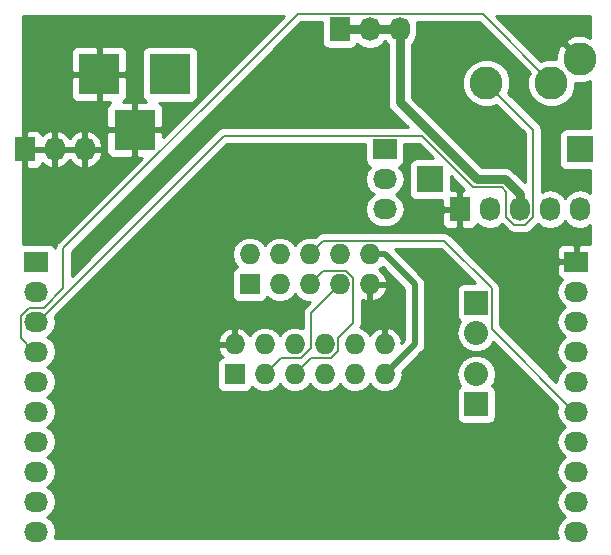
<source format=gbr>
G04 #@! TF.GenerationSoftware,KiCad,Pcbnew,5.0.0-rc2*
G04 #@! TF.CreationDate,2019-01-06T03:01:11-05:00*
G04 #@! TF.ProjectId,msp_shield,6D73705F736869656C642E6B69636164,rev?*
G04 #@! TF.SameCoordinates,Original*
G04 #@! TF.FileFunction,Copper,L2,Bot,Signal*
G04 #@! TF.FilePolarity,Positive*
%FSLAX46Y46*%
G04 Gerber Fmt 4.6, Leading zero omitted, Abs format (unit mm)*
G04 Created by KiCad (PCBNEW 5.0.0-rc2) date Sun Jan  6 03:01:11 2019*
%MOMM*%
%LPD*%
G01*
G04 APERTURE LIST*
G04 #@! TA.AperFunction,ComponentPad*
%ADD10R,2.032000X1.727200*%
G04 #@! TD*
G04 #@! TA.AperFunction,ComponentPad*
%ADD11O,2.032000X1.727200*%
G04 #@! TD*
G04 #@! TA.AperFunction,ComponentPad*
%ADD12R,3.500120X3.500120*%
G04 #@! TD*
G04 #@! TA.AperFunction,ComponentPad*
%ADD13C,2.800000*%
G04 #@! TD*
G04 #@! TA.AperFunction,ComponentPad*
%ADD14R,2.235200X2.235200*%
G04 #@! TD*
G04 #@! TA.AperFunction,ComponentPad*
%ADD15R,1.727200X2.032000*%
G04 #@! TD*
G04 #@! TA.AperFunction,ComponentPad*
%ADD16O,1.727200X2.032000*%
G04 #@! TD*
G04 #@! TA.AperFunction,ComponentPad*
%ADD17R,2.032000X2.032000*%
G04 #@! TD*
G04 #@! TA.AperFunction,ComponentPad*
%ADD18O,2.032000X2.032000*%
G04 #@! TD*
G04 #@! TA.AperFunction,ComponentPad*
%ADD19R,1.727200X1.727200*%
G04 #@! TD*
G04 #@! TA.AperFunction,ComponentPad*
%ADD20O,1.727200X1.727200*%
G04 #@! TD*
G04 #@! TA.AperFunction,ViaPad*
%ADD21C,0.685800*%
G04 #@! TD*
G04 #@! TA.AperFunction,Conductor*
%ADD22C,0.762000*%
G04 #@! TD*
G04 #@! TA.AperFunction,Conductor*
%ADD23C,0.508000*%
G04 #@! TD*
G04 #@! TA.AperFunction,Conductor*
%ADD24C,0.152400*%
G04 #@! TD*
G04 #@! TA.AperFunction,Conductor*
%ADD25C,0.254000*%
G04 #@! TD*
G04 APERTURE END LIST*
D10*
G04 #@! TO.P,P2,1*
G04 #@! TO.N,+3V3*
X114001774Y-84436646D03*
D11*
G04 #@! TO.P,P2,2*
G04 #@! TO.N,/P1.0*
X114001774Y-86976646D03*
G04 #@! TO.P,P2,3*
G04 #@! TO.N,/P1.1*
X114001774Y-89516646D03*
G04 #@! TO.P,P2,4*
G04 #@! TO.N,/P1.2*
X114001774Y-92056646D03*
G04 #@! TO.P,P2,5*
G04 #@! TO.N,/P1.3*
X114001774Y-94596646D03*
G04 #@! TO.P,P2,6*
G04 #@! TO.N,/P1.4*
X114001774Y-97136646D03*
G04 #@! TO.P,P2,7*
G04 #@! TO.N,/P1.5*
X114001774Y-99676646D03*
G04 #@! TO.P,P2,8*
G04 #@! TO.N,/CSENC*
X114001774Y-102216646D03*
G04 #@! TO.P,P2,9*
G04 #@! TO.N,/P2.1*
X114001774Y-104756646D03*
G04 #@! TO.P,P2,10*
G04 #@! TO.N,/P2.2*
X114001774Y-107296646D03*
G04 #@! TD*
D12*
G04 #@! TO.P,CON1,1*
G04 #@! TO.N,Net-(CON1-Pad1)*
X125326140Y-68580000D03*
G04 #@! TO.P,CON1,2*
G04 #@! TO.N,GND*
X119326660Y-68580000D03*
G04 #@! TO.P,CON1,3*
X122326400Y-73279000D03*
G04 #@! TD*
D13*
G04 #@! TO.P,J1,S*
G04 #@! TO.N,GND*
X160020000Y-67310000D03*
G04 #@! TO.P,J1,T*
G04 #@! TO.N,/P1.2*
X157620000Y-69310000D03*
G04 #@! TO.P,J1,R*
G04 #@! TO.N,/P1.1*
X152120000Y-69310000D03*
G04 #@! TD*
D10*
G04 #@! TO.P,P1,1*
G04 #@! TO.N,GND*
X159721774Y-84436646D03*
D11*
G04 #@! TO.P,P1,2*
G04 #@! TO.N,/XIN*
X159721774Y-86976646D03*
G04 #@! TO.P,P1,3*
G04 #@! TO.N,/XOUT*
X159721774Y-89516646D03*
G04 #@! TO.P,P1,4*
G04 #@! TO.N,/TEST*
X159721774Y-92056646D03*
G04 #@! TO.P,P1,5*
G04 #@! TO.N,/RST*
X159721774Y-94596646D03*
G04 #@! TO.P,P1,6*
G04 #@! TO.N,/MOSIENC*
X159721774Y-97136646D03*
G04 #@! TO.P,P1,7*
G04 #@! TO.N,/MISOENC*
X159721774Y-99676646D03*
G04 #@! TO.P,P1,8*
G04 #@! TO.N,/P2.5*
X159721774Y-102216646D03*
G04 #@! TO.P,P1,9*
G04 #@! TO.N,/P2.4*
X159721774Y-104756646D03*
G04 #@! TO.P,P1,10*
G04 #@! TO.N,/P2.3*
X159721774Y-107296646D03*
G04 #@! TD*
D14*
G04 #@! TO.P,P3,1*
G04 #@! TO.N,Net-(P3-Pad1)*
X147320000Y-77470000D03*
G04 #@! TD*
G04 #@! TO.P,P4,1*
G04 #@! TO.N,Net-(P4-Pad1)*
X160020000Y-74930000D03*
G04 #@! TD*
D15*
G04 #@! TO.P,P5,1*
G04 #@! TO.N,GND*
X149860000Y-80010000D03*
D16*
G04 #@! TO.P,P5,2*
G04 #@! TO.N,Net-(P3-Pad1)*
X152400000Y-80010000D03*
G04 #@! TO.P,P5,3*
G04 #@! TO.N,+5V*
X154940000Y-80010000D03*
G04 #@! TO.P,P5,4*
G04 #@! TO.N,/P2.5*
X157480000Y-80010000D03*
G04 #@! TO.P,P5,5*
G04 #@! TO.N,Net-(P4-Pad1)*
X160020000Y-80010000D03*
G04 #@! TD*
G04 #@! TO.P,P6,3*
G04 #@! TO.N,GND*
X118110000Y-74930000D03*
G04 #@! TO.P,P6,2*
X115570000Y-74930000D03*
D15*
G04 #@! TO.P,P6,1*
X113030000Y-74930000D03*
G04 #@! TD*
G04 #@! TO.P,P7,1*
G04 #@! TO.N,+5V*
X139700000Y-64770000D03*
D16*
G04 #@! TO.P,P7,2*
X142240000Y-64770000D03*
G04 #@! TO.P,P7,3*
X144780000Y-64770000D03*
G04 #@! TD*
D10*
G04 #@! TO.P,P8,1*
G04 #@! TO.N,+3V3*
X143510000Y-74930000D03*
D11*
G04 #@! TO.P,P8,2*
X143510000Y-77470000D03*
G04 #@! TO.P,P8,3*
X143510000Y-80010000D03*
G04 #@! TD*
D17*
G04 #@! TO.P,P9,1*
G04 #@! TO.N,+3V3*
X151258333Y-87927500D03*
D18*
G04 #@! TO.P,P9,2*
G04 #@! TO.N,/enc1/VCC_Branch*
X151258333Y-90467500D03*
G04 #@! TD*
G04 #@! TO.P,P10,2*
G04 #@! TO.N,/enc1/VCC_Branch*
X151258333Y-93980000D03*
D17*
G04 #@! TO.P,P10,1*
G04 #@! TO.N,+5V*
X151258333Y-96520000D03*
G04 #@! TD*
D19*
G04 #@! TO.P,P11,1*
G04 #@! TO.N,/enc1/INT*
X132080000Y-86360000D03*
D20*
G04 #@! TO.P,P11,2*
G04 #@! TO.N,/enc1/CLKOUT*
X132080000Y-83820000D03*
G04 #@! TO.P,P11,3*
G04 #@! TO.N,/MISOENC*
X134620000Y-86360000D03*
G04 #@! TO.P,P11,4*
G04 #@! TO.N,/enc1/WOL*
X134620000Y-83820000D03*
G04 #@! TO.P,P11,5*
G04 #@! TO.N,/P1.5*
X137160000Y-86360000D03*
G04 #@! TO.P,P11,6*
G04 #@! TO.N,/MOSIENC*
X137160000Y-83820000D03*
G04 #@! TO.P,P11,7*
G04 #@! TO.N,/enc1/RSTENC*
X139700000Y-86360000D03*
G04 #@! TO.P,P11,8*
G04 #@! TO.N,/CSENC*
X139700000Y-83820000D03*
G04 #@! TO.P,P11,9*
G04 #@! TO.N,GND*
X142240000Y-86360000D03*
G04 #@! TO.P,P11,10*
G04 #@! TO.N,/enc1/VCC_Branch*
X142240000Y-83820000D03*
G04 #@! TD*
D19*
G04 #@! TO.P,P12,1*
G04 #@! TO.N,/enc1/Q3*
X130810000Y-93980000D03*
D20*
G04 #@! TO.P,P12,2*
G04 #@! TO.N,GND*
X130810000Y-91440000D03*
G04 #@! TO.P,P12,3*
G04 #@! TO.N,/enc1/RSTENC*
X133350000Y-93980000D03*
G04 #@! TO.P,P12,4*
G04 #@! TO.N,/CSENC*
X133350000Y-91440000D03*
G04 #@! TO.P,P12,5*
G04 #@! TO.N,/P1.5*
X135890000Y-93980000D03*
G04 #@! TO.P,P12,6*
G04 #@! TO.N,/MOSIENC*
X135890000Y-91440000D03*
G04 #@! TO.P,P12,7*
G04 #@! TO.N,/MISOENC*
X138430000Y-93980000D03*
G04 #@! TO.P,P12,8*
G04 #@! TO.N,/enc1/WOL*
X138430000Y-91440000D03*
G04 #@! TO.P,P12,9*
G04 #@! TO.N,/enc1/INT*
X140970000Y-93980000D03*
G04 #@! TO.P,P12,10*
G04 #@! TO.N,/enc1/CLKOUT*
X140970000Y-91440000D03*
G04 #@! TO.P,P12,11*
G04 #@! TO.N,/enc1/VCC_Branch*
X143510000Y-93980000D03*
G04 #@! TO.P,P12,12*
G04 #@! TO.N,GND*
X143510000Y-91440000D03*
G04 #@! TD*
D21*
G04 #@! TO.N,GND*
X142240000Y-68580000D03*
X120650000Y-102870000D03*
X119380000Y-86360000D03*
X149860000Y-66040000D03*
X116840000Y-71120000D03*
X115570000Y-67310000D03*
X147320000Y-87630000D03*
X148590000Y-87630000D03*
X144780000Y-87630000D03*
X137160000Y-66040000D03*
G04 #@! TD*
D22*
G04 #@! TO.N,+5V*
X139700000Y-64770000D02*
X144780000Y-64770000D01*
X153670000Y-77470000D02*
X154940000Y-78740000D01*
X151282400Y-77470000D02*
X153670000Y-77470000D01*
X144780000Y-70967600D02*
X151282400Y-77470000D01*
X144780000Y-64770000D02*
X144780000Y-70967600D01*
X154940000Y-80010000D02*
X154940000Y-78740000D01*
D23*
G04 #@! TO.N,/P1.5*
X114001774Y-99676646D02*
X114154174Y-99676646D01*
G04 #@! TO.N,/MISOENC*
X159721774Y-99676646D02*
X159569374Y-99676646D01*
G04 #@! TO.N,/TEST*
X159569374Y-92056646D02*
X159721774Y-92056646D01*
G04 #@! TO.N,/XOUT*
X159569374Y-89516646D02*
X159721774Y-89516646D01*
D24*
G04 #@! TO.N,/P1.5*
X140839801Y-85812895D02*
X140247105Y-85220199D01*
X138023599Y-85496401D02*
X137160000Y-86360000D01*
X139569801Y-90892895D02*
X140839801Y-89622895D01*
X138299801Y-85220199D02*
X138023599Y-85496401D01*
X139569801Y-91987105D02*
X139569801Y-90892895D01*
X138977105Y-92579801D02*
X139569801Y-91987105D01*
X137290199Y-92579801D02*
X138977105Y-92579801D01*
X140247105Y-85220199D02*
X138299801Y-85220199D01*
X140839801Y-89622895D02*
X140839801Y-85812895D01*
X135890000Y-93980000D02*
X137290199Y-92579801D01*
G04 #@! TO.N,/P1.2*
X114626298Y-88376836D02*
X113377250Y-88376836D01*
X116305837Y-86697297D02*
X114626298Y-88376836D01*
X116305837Y-83296845D02*
X116305837Y-86697297D01*
X112709564Y-90916836D02*
X113849374Y-92056646D01*
X136124892Y-63477790D02*
X116305837Y-83296845D01*
X113849374Y-92056646D02*
X114001774Y-92056646D01*
X151787790Y-63477790D02*
X136124892Y-63477790D01*
X112709564Y-89044522D02*
X112709564Y-90916836D01*
X113377250Y-88376836D02*
X112709564Y-89044522D01*
X157620000Y-69310000D02*
X151787790Y-63477790D01*
G04 #@! TO.N,/P1.1*
X114154174Y-89516646D02*
X114001774Y-89516646D01*
X129880621Y-73790199D02*
X114154174Y-89516646D01*
X146673164Y-73790199D02*
X129880621Y-73790199D01*
X151010175Y-78127210D02*
X146673164Y-73790199D01*
X153800190Y-78529624D02*
X153397776Y-78127210D01*
X154467876Y-81302210D02*
X153800190Y-80634524D01*
X155412124Y-81302210D02*
X154467876Y-81302210D01*
X153397776Y-78127210D02*
X151010175Y-78127210D01*
X153800190Y-80634524D02*
X153800190Y-78529624D01*
X156079810Y-80634524D02*
X155412124Y-81302210D01*
X156079810Y-73269810D02*
X156079810Y-80634524D01*
X152120000Y-69310000D02*
X156079810Y-73269810D01*
G04 #@! TO.N,/MOSIENC*
X138023599Y-82956401D02*
X137160000Y-83820000D01*
X138299801Y-82680199D02*
X138023599Y-82956401D01*
X148540194Y-82680199D02*
X138299801Y-82680199D01*
X152550534Y-86690539D02*
X148540194Y-82680199D01*
X152550534Y-90117806D02*
X152550534Y-86690539D01*
X159569374Y-97136646D02*
X152550534Y-90117806D01*
X159721774Y-97136646D02*
X159569374Y-97136646D01*
D23*
G04 #@! TO.N,/enc1/VCC_Branch*
X146050000Y-91440000D02*
X146050000Y-86360000D01*
X143510000Y-93980000D02*
X146050000Y-91440000D01*
X143510000Y-83820000D02*
X142240000Y-83820000D01*
X146050000Y-86360000D02*
X143510000Y-83820000D01*
D24*
G04 #@! TO.N,/enc1/RSTENC*
X138836401Y-87223599D02*
X139700000Y-86360000D01*
X137290199Y-88769801D02*
X138836401Y-87223599D01*
X137290199Y-91726707D02*
X137290199Y-88769801D01*
X136437105Y-92579801D02*
X137290199Y-91726707D01*
X134750199Y-92579801D02*
X136437105Y-92579801D01*
X133350000Y-93980000D02*
X134750199Y-92579801D01*
G04 #@! TD*
D25*
G04 #@! TO.N,GND*
G36*
X141846560Y-75793600D02*
X141895843Y-76041365D01*
X142036191Y-76251409D01*
X142246235Y-76391757D01*
X142272251Y-76396932D01*
X141945950Y-76885275D01*
X141829641Y-77470000D01*
X141945950Y-78054725D01*
X142277170Y-78550430D01*
X142560881Y-78740000D01*
X142277170Y-78929570D01*
X141945950Y-79425275D01*
X141829641Y-80010000D01*
X141945950Y-80594725D01*
X142277170Y-81090430D01*
X142772875Y-81421650D01*
X143210002Y-81508600D01*
X143809998Y-81508600D01*
X144247125Y-81421650D01*
X144742830Y-81090430D01*
X145074050Y-80594725D01*
X145133519Y-80295750D01*
X148361400Y-80295750D01*
X148361400Y-81152309D01*
X148458073Y-81385698D01*
X148636701Y-81564327D01*
X148870090Y-81661000D01*
X149574250Y-81661000D01*
X149733000Y-81502250D01*
X149733000Y-80137000D01*
X148520150Y-80137000D01*
X148361400Y-80295750D01*
X145133519Y-80295750D01*
X145190359Y-80010000D01*
X145074050Y-79425275D01*
X144742830Y-78929570D01*
X144459119Y-78740000D01*
X144742830Y-78550430D01*
X145074050Y-78054725D01*
X145190359Y-77470000D01*
X145074050Y-76885275D01*
X144747749Y-76396932D01*
X144773765Y-76391757D01*
X144983809Y-76251409D01*
X145124157Y-76041365D01*
X145173440Y-75793600D01*
X145173440Y-74501399D01*
X146378576Y-74501399D01*
X147582137Y-75704960D01*
X146202400Y-75704960D01*
X145954635Y-75754243D01*
X145744591Y-75894591D01*
X145604243Y-76104635D01*
X145554960Y-76352400D01*
X145554960Y-78587600D01*
X145604243Y-78835365D01*
X145744591Y-79045409D01*
X145954635Y-79185757D01*
X146202400Y-79235040D01*
X148361400Y-79235040D01*
X148361400Y-79724250D01*
X148520150Y-79883000D01*
X149733000Y-79883000D01*
X149733000Y-78517750D01*
X149574250Y-78359000D01*
X149085040Y-78359000D01*
X149085040Y-77207864D01*
X150236176Y-78359000D01*
X150145750Y-78359000D01*
X149987000Y-78517750D01*
X149987000Y-79883000D01*
X150007000Y-79883000D01*
X150007000Y-80137000D01*
X149987000Y-80137000D01*
X149987000Y-81502250D01*
X150145750Y-81661000D01*
X150849910Y-81661000D01*
X151083299Y-81564327D01*
X151261927Y-81385698D01*
X151320772Y-81243633D01*
X151815276Y-81574050D01*
X152400000Y-81690359D01*
X152984725Y-81574049D01*
X153433838Y-81273961D01*
X153915454Y-81755577D01*
X153955130Y-81814956D01*
X154014509Y-81854632D01*
X154014511Y-81854634D01*
X154130212Y-81931943D01*
X154190380Y-81972146D01*
X154397830Y-82013410D01*
X154397834Y-82013410D01*
X154467876Y-82027342D01*
X154537918Y-82013410D01*
X155342083Y-82013410D01*
X155412124Y-82027342D01*
X155482165Y-82013410D01*
X155482170Y-82013410D01*
X155689620Y-81972146D01*
X155924870Y-81814956D01*
X155964548Y-81755574D01*
X156446162Y-81273961D01*
X156895276Y-81574050D01*
X157480000Y-81690359D01*
X158064725Y-81574049D01*
X158560430Y-81242829D01*
X158750000Y-80959118D01*
X158939571Y-81242830D01*
X159435276Y-81574050D01*
X160020000Y-81690359D01*
X160604725Y-81574049D01*
X160909000Y-81370739D01*
X160909000Y-82956651D01*
X160864083Y-82938046D01*
X160007524Y-82938046D01*
X159848774Y-83096796D01*
X159848774Y-84309646D01*
X159868774Y-84309646D01*
X159868774Y-84563646D01*
X159848774Y-84563646D01*
X159848774Y-84583646D01*
X159594774Y-84583646D01*
X159594774Y-84563646D01*
X158229524Y-84563646D01*
X158070774Y-84722396D01*
X158070774Y-85426556D01*
X158167447Y-85659945D01*
X158346076Y-85838573D01*
X158488141Y-85897418D01*
X158157724Y-86391921D01*
X158041415Y-86976646D01*
X158157724Y-87561371D01*
X158488944Y-88057076D01*
X158772655Y-88246646D01*
X158488944Y-88436216D01*
X158157724Y-88931921D01*
X158041415Y-89516646D01*
X158157724Y-90101371D01*
X158488944Y-90597076D01*
X158772655Y-90786646D01*
X158488944Y-90976216D01*
X158157724Y-91471921D01*
X158041415Y-92056646D01*
X158157724Y-92641371D01*
X158488944Y-93137076D01*
X158772655Y-93326646D01*
X158488944Y-93516216D01*
X158157724Y-94011921D01*
X158041415Y-94596646D01*
X158042967Y-94604451D01*
X153261733Y-89823217D01*
X153261734Y-86760580D01*
X153275666Y-86690538D01*
X153261734Y-86620493D01*
X153220470Y-86413044D01*
X153220469Y-86413043D01*
X153220469Y-86413041D01*
X153102958Y-86237174D01*
X153102954Y-86237170D01*
X153063280Y-86177794D01*
X153003904Y-86138120D01*
X150312520Y-83446736D01*
X158070774Y-83446736D01*
X158070774Y-84150896D01*
X158229524Y-84309646D01*
X159594774Y-84309646D01*
X159594774Y-83096796D01*
X159436024Y-82938046D01*
X158579465Y-82938046D01*
X158346076Y-83034719D01*
X158167447Y-83213347D01*
X158070774Y-83446736D01*
X150312520Y-83446736D01*
X149092618Y-82226835D01*
X149052940Y-82167453D01*
X148817690Y-82010263D01*
X148610240Y-81968999D01*
X148610235Y-81968999D01*
X148540194Y-81955067D01*
X148470153Y-81968999D01*
X138369843Y-81968999D01*
X138299801Y-81955067D01*
X138229760Y-81968999D01*
X138229755Y-81968999D01*
X138022305Y-82010263D01*
X137787055Y-82167453D01*
X137747377Y-82226835D01*
X137595537Y-82378675D01*
X137307598Y-82321400D01*
X137012402Y-82321400D01*
X136575275Y-82408350D01*
X136079570Y-82739570D01*
X135890000Y-83023281D01*
X135700430Y-82739570D01*
X135204725Y-82408350D01*
X134767598Y-82321400D01*
X134472402Y-82321400D01*
X134035275Y-82408350D01*
X133539570Y-82739570D01*
X133350000Y-83023281D01*
X133160430Y-82739570D01*
X132664725Y-82408350D01*
X132227598Y-82321400D01*
X131932402Y-82321400D01*
X131495275Y-82408350D01*
X130999570Y-82739570D01*
X130668350Y-83235275D01*
X130552041Y-83820000D01*
X130668350Y-84404725D01*
X130994651Y-84893068D01*
X130968635Y-84898243D01*
X130758591Y-85038591D01*
X130618243Y-85248635D01*
X130568960Y-85496400D01*
X130568960Y-87223600D01*
X130618243Y-87471365D01*
X130758591Y-87681409D01*
X130968635Y-87821757D01*
X131216400Y-87871040D01*
X132943600Y-87871040D01*
X133191365Y-87821757D01*
X133401409Y-87681409D01*
X133541757Y-87471365D01*
X133546932Y-87445349D01*
X134035275Y-87771650D01*
X134472402Y-87858600D01*
X134767598Y-87858600D01*
X135204725Y-87771650D01*
X135700430Y-87440430D01*
X135890000Y-87156719D01*
X136079570Y-87440430D01*
X136575275Y-87771650D01*
X137012402Y-87858600D01*
X137195612Y-87858600D01*
X136836833Y-88217379D01*
X136777454Y-88257055D01*
X136737778Y-88316434D01*
X136737775Y-88316437D01*
X136620264Y-88492305D01*
X136565067Y-88769801D01*
X136579000Y-88839847D01*
X136579000Y-90098024D01*
X136474725Y-90028350D01*
X136037598Y-89941400D01*
X135742402Y-89941400D01*
X135305275Y-90028350D01*
X134809570Y-90359570D01*
X134620000Y-90643281D01*
X134430430Y-90359570D01*
X133934725Y-90028350D01*
X133497598Y-89941400D01*
X133202402Y-89941400D01*
X132765275Y-90028350D01*
X132269570Y-90359570D01*
X132068146Y-90661021D01*
X132016821Y-90551510D01*
X131584947Y-90157312D01*
X131169026Y-89985042D01*
X130937000Y-90106183D01*
X130937000Y-91313000D01*
X130957000Y-91313000D01*
X130957000Y-91567000D01*
X130937000Y-91567000D01*
X130937000Y-91587000D01*
X130683000Y-91587000D01*
X130683000Y-91567000D01*
X129475531Y-91567000D01*
X129355032Y-91799027D01*
X129603179Y-92328490D01*
X129790950Y-92499881D01*
X129698635Y-92518243D01*
X129488591Y-92658591D01*
X129348243Y-92868635D01*
X129298960Y-93116400D01*
X129298960Y-94843600D01*
X129348243Y-95091365D01*
X129488591Y-95301409D01*
X129698635Y-95441757D01*
X129946400Y-95491040D01*
X131673600Y-95491040D01*
X131921365Y-95441757D01*
X132131409Y-95301409D01*
X132271757Y-95091365D01*
X132276932Y-95065349D01*
X132765275Y-95391650D01*
X133202402Y-95478600D01*
X133497598Y-95478600D01*
X133934725Y-95391650D01*
X134430430Y-95060430D01*
X134620000Y-94776719D01*
X134809570Y-95060430D01*
X135305275Y-95391650D01*
X135742402Y-95478600D01*
X136037598Y-95478600D01*
X136474725Y-95391650D01*
X136970430Y-95060430D01*
X137160000Y-94776719D01*
X137349570Y-95060430D01*
X137845275Y-95391650D01*
X138282402Y-95478600D01*
X138577598Y-95478600D01*
X139014725Y-95391650D01*
X139510430Y-95060430D01*
X139700000Y-94776719D01*
X139889570Y-95060430D01*
X140385275Y-95391650D01*
X140822402Y-95478600D01*
X141117598Y-95478600D01*
X141554725Y-95391650D01*
X142050430Y-95060430D01*
X142240000Y-94776719D01*
X142429570Y-95060430D01*
X142925275Y-95391650D01*
X143362402Y-95478600D01*
X143657598Y-95478600D01*
X144094725Y-95391650D01*
X144590430Y-95060430D01*
X144921650Y-94564725D01*
X145037959Y-93980000D01*
X149574988Y-93980000D01*
X149703125Y-94624188D01*
X149923189Y-94953537D01*
X149784524Y-95046191D01*
X149644176Y-95256235D01*
X149594893Y-95504000D01*
X149594893Y-97536000D01*
X149644176Y-97783765D01*
X149784524Y-97993809D01*
X149994568Y-98134157D01*
X150242333Y-98183440D01*
X152274333Y-98183440D01*
X152522098Y-98134157D01*
X152732142Y-97993809D01*
X152872490Y-97783765D01*
X152921773Y-97536000D01*
X152921773Y-95504000D01*
X152872490Y-95256235D01*
X152732142Y-95046191D01*
X152593477Y-94953537D01*
X152813541Y-94624188D01*
X152941678Y-93980000D01*
X152813541Y-93335812D01*
X152448638Y-92789695D01*
X151902521Y-92424792D01*
X151420942Y-92329000D01*
X151095724Y-92329000D01*
X150614145Y-92424792D01*
X150068028Y-92789695D01*
X149703125Y-93335812D01*
X149574988Y-93980000D01*
X145037959Y-93980000D01*
X144993043Y-93754192D01*
X146616709Y-92130527D01*
X146690932Y-92080933D01*
X146740526Y-92006710D01*
X146740529Y-92006707D01*
X146887418Y-91786871D01*
X146956415Y-91440001D01*
X146938999Y-91352445D01*
X146939000Y-86447550D01*
X146956415Y-86359999D01*
X146939000Y-86272448D01*
X146939000Y-86272445D01*
X146887419Y-86013131D01*
X146884757Y-86009147D01*
X146740529Y-85793293D01*
X146740527Y-85793291D01*
X146690933Y-85719068D01*
X146616710Y-85669474D01*
X144338634Y-83391399D01*
X148245606Y-83391399D01*
X151118266Y-86264060D01*
X150242333Y-86264060D01*
X149994568Y-86313343D01*
X149784524Y-86453691D01*
X149644176Y-86663735D01*
X149594893Y-86911500D01*
X149594893Y-88943500D01*
X149644176Y-89191265D01*
X149784524Y-89401309D01*
X149923189Y-89493963D01*
X149703125Y-89823312D01*
X149574988Y-90467500D01*
X149703125Y-91111688D01*
X150068028Y-91657805D01*
X150614145Y-92022708D01*
X151095724Y-92118500D01*
X151420942Y-92118500D01*
X151902521Y-92022708D01*
X152448638Y-91657805D01*
X152703426Y-91276486D01*
X158128049Y-96701109D01*
X158041415Y-97136646D01*
X158157724Y-97721371D01*
X158488944Y-98217076D01*
X158772655Y-98406646D01*
X158488944Y-98596216D01*
X158157724Y-99091921D01*
X158041415Y-99676646D01*
X158157724Y-100261371D01*
X158488944Y-100757076D01*
X158772655Y-100946646D01*
X158488944Y-101136216D01*
X158157724Y-101631921D01*
X158041415Y-102216646D01*
X158157724Y-102801371D01*
X158488944Y-103297076D01*
X158772655Y-103486646D01*
X158488944Y-103676216D01*
X158157724Y-104171921D01*
X158041415Y-104756646D01*
X158157724Y-105341371D01*
X158488944Y-105837076D01*
X158772655Y-106026646D01*
X158488944Y-106216216D01*
X158157724Y-106711921D01*
X158041415Y-107296646D01*
X158146113Y-107823000D01*
X115577435Y-107823000D01*
X115682133Y-107296646D01*
X115565824Y-106711921D01*
X115234604Y-106216216D01*
X114950893Y-106026646D01*
X115234604Y-105837076D01*
X115565824Y-105341371D01*
X115682133Y-104756646D01*
X115565824Y-104171921D01*
X115234604Y-103676216D01*
X114950893Y-103486646D01*
X115234604Y-103297076D01*
X115565824Y-102801371D01*
X115682133Y-102216646D01*
X115565824Y-101631921D01*
X115234604Y-101136216D01*
X114950893Y-100946646D01*
X115234604Y-100757076D01*
X115565824Y-100261371D01*
X115682133Y-99676646D01*
X115565824Y-99091921D01*
X115234604Y-98596216D01*
X114950893Y-98406646D01*
X115234604Y-98217076D01*
X115565824Y-97721371D01*
X115682133Y-97136646D01*
X115565824Y-96551921D01*
X115234604Y-96056216D01*
X114950893Y-95866646D01*
X115234604Y-95677076D01*
X115565824Y-95181371D01*
X115682133Y-94596646D01*
X115565824Y-94011921D01*
X115234604Y-93516216D01*
X114950893Y-93326646D01*
X115234604Y-93137076D01*
X115565824Y-92641371D01*
X115682133Y-92056646D01*
X115565824Y-91471921D01*
X115304601Y-91080973D01*
X129355032Y-91080973D01*
X129475531Y-91313000D01*
X130683000Y-91313000D01*
X130683000Y-90106183D01*
X130450974Y-89985042D01*
X130035053Y-90157312D01*
X129603179Y-90551510D01*
X129355032Y-91080973D01*
X115304601Y-91080973D01*
X115234604Y-90976216D01*
X114950893Y-90786646D01*
X115234604Y-90597076D01*
X115565824Y-90101371D01*
X115682133Y-89516646D01*
X115595499Y-89081109D01*
X130175210Y-74501399D01*
X141846560Y-74501399D01*
X141846560Y-75793600D01*
X141846560Y-75793600D01*
G37*
X141846560Y-75793600D02*
X141895843Y-76041365D01*
X142036191Y-76251409D01*
X142246235Y-76391757D01*
X142272251Y-76396932D01*
X141945950Y-76885275D01*
X141829641Y-77470000D01*
X141945950Y-78054725D01*
X142277170Y-78550430D01*
X142560881Y-78740000D01*
X142277170Y-78929570D01*
X141945950Y-79425275D01*
X141829641Y-80010000D01*
X141945950Y-80594725D01*
X142277170Y-81090430D01*
X142772875Y-81421650D01*
X143210002Y-81508600D01*
X143809998Y-81508600D01*
X144247125Y-81421650D01*
X144742830Y-81090430D01*
X145074050Y-80594725D01*
X145133519Y-80295750D01*
X148361400Y-80295750D01*
X148361400Y-81152309D01*
X148458073Y-81385698D01*
X148636701Y-81564327D01*
X148870090Y-81661000D01*
X149574250Y-81661000D01*
X149733000Y-81502250D01*
X149733000Y-80137000D01*
X148520150Y-80137000D01*
X148361400Y-80295750D01*
X145133519Y-80295750D01*
X145190359Y-80010000D01*
X145074050Y-79425275D01*
X144742830Y-78929570D01*
X144459119Y-78740000D01*
X144742830Y-78550430D01*
X145074050Y-78054725D01*
X145190359Y-77470000D01*
X145074050Y-76885275D01*
X144747749Y-76396932D01*
X144773765Y-76391757D01*
X144983809Y-76251409D01*
X145124157Y-76041365D01*
X145173440Y-75793600D01*
X145173440Y-74501399D01*
X146378576Y-74501399D01*
X147582137Y-75704960D01*
X146202400Y-75704960D01*
X145954635Y-75754243D01*
X145744591Y-75894591D01*
X145604243Y-76104635D01*
X145554960Y-76352400D01*
X145554960Y-78587600D01*
X145604243Y-78835365D01*
X145744591Y-79045409D01*
X145954635Y-79185757D01*
X146202400Y-79235040D01*
X148361400Y-79235040D01*
X148361400Y-79724250D01*
X148520150Y-79883000D01*
X149733000Y-79883000D01*
X149733000Y-78517750D01*
X149574250Y-78359000D01*
X149085040Y-78359000D01*
X149085040Y-77207864D01*
X150236176Y-78359000D01*
X150145750Y-78359000D01*
X149987000Y-78517750D01*
X149987000Y-79883000D01*
X150007000Y-79883000D01*
X150007000Y-80137000D01*
X149987000Y-80137000D01*
X149987000Y-81502250D01*
X150145750Y-81661000D01*
X150849910Y-81661000D01*
X151083299Y-81564327D01*
X151261927Y-81385698D01*
X151320772Y-81243633D01*
X151815276Y-81574050D01*
X152400000Y-81690359D01*
X152984725Y-81574049D01*
X153433838Y-81273961D01*
X153915454Y-81755577D01*
X153955130Y-81814956D01*
X154014509Y-81854632D01*
X154014511Y-81854634D01*
X154130212Y-81931943D01*
X154190380Y-81972146D01*
X154397830Y-82013410D01*
X154397834Y-82013410D01*
X154467876Y-82027342D01*
X154537918Y-82013410D01*
X155342083Y-82013410D01*
X155412124Y-82027342D01*
X155482165Y-82013410D01*
X155482170Y-82013410D01*
X155689620Y-81972146D01*
X155924870Y-81814956D01*
X155964548Y-81755574D01*
X156446162Y-81273961D01*
X156895276Y-81574050D01*
X157480000Y-81690359D01*
X158064725Y-81574049D01*
X158560430Y-81242829D01*
X158750000Y-80959118D01*
X158939571Y-81242830D01*
X159435276Y-81574050D01*
X160020000Y-81690359D01*
X160604725Y-81574049D01*
X160909000Y-81370739D01*
X160909000Y-82956651D01*
X160864083Y-82938046D01*
X160007524Y-82938046D01*
X159848774Y-83096796D01*
X159848774Y-84309646D01*
X159868774Y-84309646D01*
X159868774Y-84563646D01*
X159848774Y-84563646D01*
X159848774Y-84583646D01*
X159594774Y-84583646D01*
X159594774Y-84563646D01*
X158229524Y-84563646D01*
X158070774Y-84722396D01*
X158070774Y-85426556D01*
X158167447Y-85659945D01*
X158346076Y-85838573D01*
X158488141Y-85897418D01*
X158157724Y-86391921D01*
X158041415Y-86976646D01*
X158157724Y-87561371D01*
X158488944Y-88057076D01*
X158772655Y-88246646D01*
X158488944Y-88436216D01*
X158157724Y-88931921D01*
X158041415Y-89516646D01*
X158157724Y-90101371D01*
X158488944Y-90597076D01*
X158772655Y-90786646D01*
X158488944Y-90976216D01*
X158157724Y-91471921D01*
X158041415Y-92056646D01*
X158157724Y-92641371D01*
X158488944Y-93137076D01*
X158772655Y-93326646D01*
X158488944Y-93516216D01*
X158157724Y-94011921D01*
X158041415Y-94596646D01*
X158042967Y-94604451D01*
X153261733Y-89823217D01*
X153261734Y-86760580D01*
X153275666Y-86690538D01*
X153261734Y-86620493D01*
X153220470Y-86413044D01*
X153220469Y-86413043D01*
X153220469Y-86413041D01*
X153102958Y-86237174D01*
X153102954Y-86237170D01*
X153063280Y-86177794D01*
X153003904Y-86138120D01*
X150312520Y-83446736D01*
X158070774Y-83446736D01*
X158070774Y-84150896D01*
X158229524Y-84309646D01*
X159594774Y-84309646D01*
X159594774Y-83096796D01*
X159436024Y-82938046D01*
X158579465Y-82938046D01*
X158346076Y-83034719D01*
X158167447Y-83213347D01*
X158070774Y-83446736D01*
X150312520Y-83446736D01*
X149092618Y-82226835D01*
X149052940Y-82167453D01*
X148817690Y-82010263D01*
X148610240Y-81968999D01*
X148610235Y-81968999D01*
X148540194Y-81955067D01*
X148470153Y-81968999D01*
X138369843Y-81968999D01*
X138299801Y-81955067D01*
X138229760Y-81968999D01*
X138229755Y-81968999D01*
X138022305Y-82010263D01*
X137787055Y-82167453D01*
X137747377Y-82226835D01*
X137595537Y-82378675D01*
X137307598Y-82321400D01*
X137012402Y-82321400D01*
X136575275Y-82408350D01*
X136079570Y-82739570D01*
X135890000Y-83023281D01*
X135700430Y-82739570D01*
X135204725Y-82408350D01*
X134767598Y-82321400D01*
X134472402Y-82321400D01*
X134035275Y-82408350D01*
X133539570Y-82739570D01*
X133350000Y-83023281D01*
X133160430Y-82739570D01*
X132664725Y-82408350D01*
X132227598Y-82321400D01*
X131932402Y-82321400D01*
X131495275Y-82408350D01*
X130999570Y-82739570D01*
X130668350Y-83235275D01*
X130552041Y-83820000D01*
X130668350Y-84404725D01*
X130994651Y-84893068D01*
X130968635Y-84898243D01*
X130758591Y-85038591D01*
X130618243Y-85248635D01*
X130568960Y-85496400D01*
X130568960Y-87223600D01*
X130618243Y-87471365D01*
X130758591Y-87681409D01*
X130968635Y-87821757D01*
X131216400Y-87871040D01*
X132943600Y-87871040D01*
X133191365Y-87821757D01*
X133401409Y-87681409D01*
X133541757Y-87471365D01*
X133546932Y-87445349D01*
X134035275Y-87771650D01*
X134472402Y-87858600D01*
X134767598Y-87858600D01*
X135204725Y-87771650D01*
X135700430Y-87440430D01*
X135890000Y-87156719D01*
X136079570Y-87440430D01*
X136575275Y-87771650D01*
X137012402Y-87858600D01*
X137195612Y-87858600D01*
X136836833Y-88217379D01*
X136777454Y-88257055D01*
X136737778Y-88316434D01*
X136737775Y-88316437D01*
X136620264Y-88492305D01*
X136565067Y-88769801D01*
X136579000Y-88839847D01*
X136579000Y-90098024D01*
X136474725Y-90028350D01*
X136037598Y-89941400D01*
X135742402Y-89941400D01*
X135305275Y-90028350D01*
X134809570Y-90359570D01*
X134620000Y-90643281D01*
X134430430Y-90359570D01*
X133934725Y-90028350D01*
X133497598Y-89941400D01*
X133202402Y-89941400D01*
X132765275Y-90028350D01*
X132269570Y-90359570D01*
X132068146Y-90661021D01*
X132016821Y-90551510D01*
X131584947Y-90157312D01*
X131169026Y-89985042D01*
X130937000Y-90106183D01*
X130937000Y-91313000D01*
X130957000Y-91313000D01*
X130957000Y-91567000D01*
X130937000Y-91567000D01*
X130937000Y-91587000D01*
X130683000Y-91587000D01*
X130683000Y-91567000D01*
X129475531Y-91567000D01*
X129355032Y-91799027D01*
X129603179Y-92328490D01*
X129790950Y-92499881D01*
X129698635Y-92518243D01*
X129488591Y-92658591D01*
X129348243Y-92868635D01*
X129298960Y-93116400D01*
X129298960Y-94843600D01*
X129348243Y-95091365D01*
X129488591Y-95301409D01*
X129698635Y-95441757D01*
X129946400Y-95491040D01*
X131673600Y-95491040D01*
X131921365Y-95441757D01*
X132131409Y-95301409D01*
X132271757Y-95091365D01*
X132276932Y-95065349D01*
X132765275Y-95391650D01*
X133202402Y-95478600D01*
X133497598Y-95478600D01*
X133934725Y-95391650D01*
X134430430Y-95060430D01*
X134620000Y-94776719D01*
X134809570Y-95060430D01*
X135305275Y-95391650D01*
X135742402Y-95478600D01*
X136037598Y-95478600D01*
X136474725Y-95391650D01*
X136970430Y-95060430D01*
X137160000Y-94776719D01*
X137349570Y-95060430D01*
X137845275Y-95391650D01*
X138282402Y-95478600D01*
X138577598Y-95478600D01*
X139014725Y-95391650D01*
X139510430Y-95060430D01*
X139700000Y-94776719D01*
X139889570Y-95060430D01*
X140385275Y-95391650D01*
X140822402Y-95478600D01*
X141117598Y-95478600D01*
X141554725Y-95391650D01*
X142050430Y-95060430D01*
X142240000Y-94776719D01*
X142429570Y-95060430D01*
X142925275Y-95391650D01*
X143362402Y-95478600D01*
X143657598Y-95478600D01*
X144094725Y-95391650D01*
X144590430Y-95060430D01*
X144921650Y-94564725D01*
X145037959Y-93980000D01*
X149574988Y-93980000D01*
X149703125Y-94624188D01*
X149923189Y-94953537D01*
X149784524Y-95046191D01*
X149644176Y-95256235D01*
X149594893Y-95504000D01*
X149594893Y-97536000D01*
X149644176Y-97783765D01*
X149784524Y-97993809D01*
X149994568Y-98134157D01*
X150242333Y-98183440D01*
X152274333Y-98183440D01*
X152522098Y-98134157D01*
X152732142Y-97993809D01*
X152872490Y-97783765D01*
X152921773Y-97536000D01*
X152921773Y-95504000D01*
X152872490Y-95256235D01*
X152732142Y-95046191D01*
X152593477Y-94953537D01*
X152813541Y-94624188D01*
X152941678Y-93980000D01*
X152813541Y-93335812D01*
X152448638Y-92789695D01*
X151902521Y-92424792D01*
X151420942Y-92329000D01*
X151095724Y-92329000D01*
X150614145Y-92424792D01*
X150068028Y-92789695D01*
X149703125Y-93335812D01*
X149574988Y-93980000D01*
X145037959Y-93980000D01*
X144993043Y-93754192D01*
X146616709Y-92130527D01*
X146690932Y-92080933D01*
X146740526Y-92006710D01*
X146740529Y-92006707D01*
X146887418Y-91786871D01*
X146956415Y-91440001D01*
X146938999Y-91352445D01*
X146939000Y-86447550D01*
X146956415Y-86359999D01*
X146939000Y-86272448D01*
X146939000Y-86272445D01*
X146887419Y-86013131D01*
X146884757Y-86009147D01*
X146740529Y-85793293D01*
X146740527Y-85793291D01*
X146690933Y-85719068D01*
X146616710Y-85669474D01*
X144338634Y-83391399D01*
X148245606Y-83391399D01*
X151118266Y-86264060D01*
X150242333Y-86264060D01*
X149994568Y-86313343D01*
X149784524Y-86453691D01*
X149644176Y-86663735D01*
X149594893Y-86911500D01*
X149594893Y-88943500D01*
X149644176Y-89191265D01*
X149784524Y-89401309D01*
X149923189Y-89493963D01*
X149703125Y-89823312D01*
X149574988Y-90467500D01*
X149703125Y-91111688D01*
X150068028Y-91657805D01*
X150614145Y-92022708D01*
X151095724Y-92118500D01*
X151420942Y-92118500D01*
X151902521Y-92022708D01*
X152448638Y-91657805D01*
X152703426Y-91276486D01*
X158128049Y-96701109D01*
X158041415Y-97136646D01*
X158157724Y-97721371D01*
X158488944Y-98217076D01*
X158772655Y-98406646D01*
X158488944Y-98596216D01*
X158157724Y-99091921D01*
X158041415Y-99676646D01*
X158157724Y-100261371D01*
X158488944Y-100757076D01*
X158772655Y-100946646D01*
X158488944Y-101136216D01*
X158157724Y-101631921D01*
X158041415Y-102216646D01*
X158157724Y-102801371D01*
X158488944Y-103297076D01*
X158772655Y-103486646D01*
X158488944Y-103676216D01*
X158157724Y-104171921D01*
X158041415Y-104756646D01*
X158157724Y-105341371D01*
X158488944Y-105837076D01*
X158772655Y-106026646D01*
X158488944Y-106216216D01*
X158157724Y-106711921D01*
X158041415Y-107296646D01*
X158146113Y-107823000D01*
X115577435Y-107823000D01*
X115682133Y-107296646D01*
X115565824Y-106711921D01*
X115234604Y-106216216D01*
X114950893Y-106026646D01*
X115234604Y-105837076D01*
X115565824Y-105341371D01*
X115682133Y-104756646D01*
X115565824Y-104171921D01*
X115234604Y-103676216D01*
X114950893Y-103486646D01*
X115234604Y-103297076D01*
X115565824Y-102801371D01*
X115682133Y-102216646D01*
X115565824Y-101631921D01*
X115234604Y-101136216D01*
X114950893Y-100946646D01*
X115234604Y-100757076D01*
X115565824Y-100261371D01*
X115682133Y-99676646D01*
X115565824Y-99091921D01*
X115234604Y-98596216D01*
X114950893Y-98406646D01*
X115234604Y-98217076D01*
X115565824Y-97721371D01*
X115682133Y-97136646D01*
X115565824Y-96551921D01*
X115234604Y-96056216D01*
X114950893Y-95866646D01*
X115234604Y-95677076D01*
X115565824Y-95181371D01*
X115682133Y-94596646D01*
X115565824Y-94011921D01*
X115234604Y-93516216D01*
X114950893Y-93326646D01*
X115234604Y-93137076D01*
X115565824Y-92641371D01*
X115682133Y-92056646D01*
X115565824Y-91471921D01*
X115304601Y-91080973D01*
X129355032Y-91080973D01*
X129475531Y-91313000D01*
X130683000Y-91313000D01*
X130683000Y-90106183D01*
X130450974Y-89985042D01*
X130035053Y-90157312D01*
X129603179Y-90551510D01*
X129355032Y-91080973D01*
X115304601Y-91080973D01*
X115234604Y-90976216D01*
X114950893Y-90786646D01*
X115234604Y-90597076D01*
X115565824Y-90101371D01*
X115682133Y-89516646D01*
X115595499Y-89081109D01*
X130175210Y-74501399D01*
X141846560Y-74501399D01*
X141846560Y-75793600D01*
G36*
X145161001Y-86728237D02*
X145161000Y-91071764D01*
X144919766Y-91312998D01*
X144844470Y-91312998D01*
X144964968Y-91080973D01*
X144716821Y-90551510D01*
X144284947Y-90157312D01*
X143869026Y-89985042D01*
X143637000Y-90106183D01*
X143637000Y-91313000D01*
X143657000Y-91313000D01*
X143657000Y-91567000D01*
X143637000Y-91567000D01*
X143637000Y-91587000D01*
X143383000Y-91587000D01*
X143383000Y-91567000D01*
X143363000Y-91567000D01*
X143363000Y-91313000D01*
X143383000Y-91313000D01*
X143383000Y-90106183D01*
X143150974Y-89985042D01*
X142735053Y-90157312D01*
X142303179Y-90551510D01*
X142251854Y-90661021D01*
X142050430Y-90359570D01*
X141554725Y-90028350D01*
X141439546Y-90005439D01*
X141509736Y-89900393D01*
X141564933Y-89622896D01*
X141551000Y-89552850D01*
X141551001Y-87678287D01*
X141880974Y-87814958D01*
X142113000Y-87693817D01*
X142113000Y-86487000D01*
X142367000Y-86487000D01*
X142367000Y-87693817D01*
X142599026Y-87814958D01*
X143014947Y-87642688D01*
X143446821Y-87248490D01*
X143694968Y-86719027D01*
X143574469Y-86487000D01*
X142367000Y-86487000D01*
X142113000Y-86487000D01*
X142093000Y-86487000D01*
X142093000Y-86233000D01*
X142113000Y-86233000D01*
X142113000Y-86213000D01*
X142367000Y-86213000D01*
X142367000Y-86233000D01*
X143574469Y-86233000D01*
X143694968Y-86000973D01*
X143446821Y-85471510D01*
X143032174Y-85093037D01*
X143320430Y-84900430D01*
X143325543Y-84892778D01*
X145161001Y-86728237D01*
X145161001Y-86728237D01*
G37*
X145161001Y-86728237D02*
X145161000Y-91071764D01*
X144919766Y-91312998D01*
X144844470Y-91312998D01*
X144964968Y-91080973D01*
X144716821Y-90551510D01*
X144284947Y-90157312D01*
X143869026Y-89985042D01*
X143637000Y-90106183D01*
X143637000Y-91313000D01*
X143657000Y-91313000D01*
X143657000Y-91567000D01*
X143637000Y-91567000D01*
X143637000Y-91587000D01*
X143383000Y-91587000D01*
X143383000Y-91567000D01*
X143363000Y-91567000D01*
X143363000Y-91313000D01*
X143383000Y-91313000D01*
X143383000Y-90106183D01*
X143150974Y-89985042D01*
X142735053Y-90157312D01*
X142303179Y-90551510D01*
X142251854Y-90661021D01*
X142050430Y-90359570D01*
X141554725Y-90028350D01*
X141439546Y-90005439D01*
X141509736Y-89900393D01*
X141564933Y-89622896D01*
X141551000Y-89552850D01*
X141551001Y-87678287D01*
X141880974Y-87814958D01*
X142113000Y-87693817D01*
X142113000Y-86487000D01*
X142367000Y-86487000D01*
X142367000Y-87693817D01*
X142599026Y-87814958D01*
X143014947Y-87642688D01*
X143446821Y-87248490D01*
X143694968Y-86719027D01*
X143574469Y-86487000D01*
X142367000Y-86487000D01*
X142113000Y-86487000D01*
X142093000Y-86487000D01*
X142093000Y-86233000D01*
X142113000Y-86233000D01*
X142113000Y-86213000D01*
X142367000Y-86213000D01*
X142367000Y-86233000D01*
X143574469Y-86233000D01*
X143694968Y-86000973D01*
X143446821Y-85471510D01*
X143032174Y-85093037D01*
X143320430Y-84900430D01*
X143325543Y-84892778D01*
X145161001Y-86728237D01*
G36*
X138188960Y-65786000D02*
X138238243Y-66033765D01*
X138378591Y-66243809D01*
X138588635Y-66384157D01*
X138836400Y-66433440D01*
X140563600Y-66433440D01*
X140811365Y-66384157D01*
X141021409Y-66243809D01*
X141161757Y-66033765D01*
X141166932Y-66007748D01*
X141655276Y-66334050D01*
X142240000Y-66450359D01*
X142824725Y-66334049D01*
X143320430Y-66002829D01*
X143465311Y-65786000D01*
X143554690Y-65786000D01*
X143699571Y-66002830D01*
X143764000Y-66045880D01*
X143764001Y-70867532D01*
X143744096Y-70967600D01*
X143819166Y-71345000D01*
X143822950Y-71364023D01*
X144047506Y-71700095D01*
X144132338Y-71756778D01*
X145454559Y-73078999D01*
X129950663Y-73078999D01*
X129880621Y-73065067D01*
X129810579Y-73078999D01*
X129810575Y-73078999D01*
X129603125Y-73120263D01*
X129603123Y-73120264D01*
X129603124Y-73120264D01*
X129427256Y-73237775D01*
X129427254Y-73237777D01*
X129367875Y-73277453D01*
X129328199Y-73336832D01*
X117017037Y-85647995D01*
X117017036Y-83591434D01*
X136419481Y-64188990D01*
X138188960Y-64188990D01*
X138188960Y-65786000D01*
X138188960Y-65786000D01*
G37*
X138188960Y-65786000D02*
X138238243Y-66033765D01*
X138378591Y-66243809D01*
X138588635Y-66384157D01*
X138836400Y-66433440D01*
X140563600Y-66433440D01*
X140811365Y-66384157D01*
X141021409Y-66243809D01*
X141161757Y-66033765D01*
X141166932Y-66007748D01*
X141655276Y-66334050D01*
X142240000Y-66450359D01*
X142824725Y-66334049D01*
X143320430Y-66002829D01*
X143465311Y-65786000D01*
X143554690Y-65786000D01*
X143699571Y-66002830D01*
X143764000Y-66045880D01*
X143764001Y-70867532D01*
X143744096Y-70967600D01*
X143819166Y-71345000D01*
X143822950Y-71364023D01*
X144047506Y-71700095D01*
X144132338Y-71756778D01*
X145454559Y-73078999D01*
X129950663Y-73078999D01*
X129880621Y-73065067D01*
X129810579Y-73078999D01*
X129810575Y-73078999D01*
X129603125Y-73120263D01*
X129603123Y-73120264D01*
X129603124Y-73120264D01*
X129427256Y-73237775D01*
X129427254Y-73237777D01*
X129367875Y-73277453D01*
X129328199Y-73336832D01*
X117017037Y-85647995D01*
X117017036Y-83591434D01*
X136419481Y-64188990D01*
X138188960Y-64188990D01*
X138188960Y-65786000D01*
G36*
X124711460Y-73885434D02*
X124711460Y-73564750D01*
X124552710Y-73406000D01*
X122453400Y-73406000D01*
X122453400Y-75505310D01*
X122612150Y-75664060D01*
X122932834Y-75664060D01*
X115852470Y-82744424D01*
X115793091Y-82784100D01*
X115753415Y-82843479D01*
X115753413Y-82843481D01*
X115706572Y-82913584D01*
X115635901Y-83019350D01*
X115594637Y-83226800D01*
X115594637Y-83226804D01*
X115584427Y-83278132D01*
X115475583Y-83115237D01*
X115265539Y-82974889D01*
X115017774Y-82925606D01*
X112985774Y-82925606D01*
X112903000Y-82942071D01*
X112903000Y-75057000D01*
X113157000Y-75057000D01*
X113157000Y-76422250D01*
X113315750Y-76581000D01*
X114019910Y-76581000D01*
X114253299Y-76484327D01*
X114431927Y-76305698D01*
X114513759Y-76108139D01*
X114667964Y-76280732D01*
X115195209Y-76534709D01*
X115210974Y-76537358D01*
X115443000Y-76416217D01*
X115443000Y-75057000D01*
X115697000Y-75057000D01*
X115697000Y-76416217D01*
X115929026Y-76537358D01*
X115944791Y-76534709D01*
X116472036Y-76280732D01*
X116840000Y-75868892D01*
X117207964Y-76280732D01*
X117735209Y-76534709D01*
X117750974Y-76537358D01*
X117983000Y-76416217D01*
X117983000Y-75057000D01*
X118237000Y-75057000D01*
X118237000Y-76416217D01*
X118469026Y-76537358D01*
X118484791Y-76534709D01*
X119012036Y-76280732D01*
X119401954Y-75844320D01*
X119595184Y-75291913D01*
X119450924Y-75057000D01*
X118237000Y-75057000D01*
X117983000Y-75057000D01*
X115697000Y-75057000D01*
X115443000Y-75057000D01*
X113157000Y-75057000D01*
X112903000Y-75057000D01*
X112903000Y-73437750D01*
X113157000Y-73437750D01*
X113157000Y-74803000D01*
X115443000Y-74803000D01*
X115443000Y-73443783D01*
X115697000Y-73443783D01*
X115697000Y-74803000D01*
X117983000Y-74803000D01*
X117983000Y-73443783D01*
X118237000Y-73443783D01*
X118237000Y-74803000D01*
X119450924Y-74803000D01*
X119595184Y-74568087D01*
X119401954Y-74015680D01*
X119012036Y-73579268D01*
X118981898Y-73564750D01*
X119941340Y-73564750D01*
X119941340Y-75155370D01*
X120038013Y-75388759D01*
X120216642Y-75567387D01*
X120450031Y-75664060D01*
X122040650Y-75664060D01*
X122199400Y-75505310D01*
X122199400Y-73406000D01*
X120100090Y-73406000D01*
X119941340Y-73564750D01*
X118981898Y-73564750D01*
X118484791Y-73325291D01*
X118469026Y-73322642D01*
X118237000Y-73443783D01*
X117983000Y-73443783D01*
X117750974Y-73322642D01*
X117735209Y-73325291D01*
X117207964Y-73579268D01*
X116840000Y-73991108D01*
X116472036Y-73579268D01*
X115944791Y-73325291D01*
X115929026Y-73322642D01*
X115697000Y-73443783D01*
X115443000Y-73443783D01*
X115210974Y-73322642D01*
X115195209Y-73325291D01*
X114667964Y-73579268D01*
X114513759Y-73751861D01*
X114431927Y-73554302D01*
X114253299Y-73375673D01*
X114019910Y-73279000D01*
X113315750Y-73279000D01*
X113157000Y-73437750D01*
X112903000Y-73437750D01*
X112903000Y-68865750D01*
X116941600Y-68865750D01*
X116941600Y-70456370D01*
X117038273Y-70689759D01*
X117216902Y-70868387D01*
X117450291Y-70965060D01*
X119040910Y-70965060D01*
X119199660Y-70806310D01*
X119199660Y-68707000D01*
X119453660Y-68707000D01*
X119453660Y-70806310D01*
X119612410Y-70965060D01*
X120278332Y-70965060D01*
X120216642Y-70990613D01*
X120038013Y-71169241D01*
X119941340Y-71402630D01*
X119941340Y-72993250D01*
X120100090Y-73152000D01*
X122199400Y-73152000D01*
X122199400Y-71052690D01*
X122453400Y-71052690D01*
X122453400Y-73152000D01*
X124552710Y-73152000D01*
X124711460Y-72993250D01*
X124711460Y-71402630D01*
X124614787Y-71169241D01*
X124436158Y-70990613D01*
X124404500Y-70977500D01*
X127076200Y-70977500D01*
X127323965Y-70928217D01*
X127534009Y-70787869D01*
X127674357Y-70577825D01*
X127723640Y-70330060D01*
X127723640Y-66829940D01*
X127674357Y-66582175D01*
X127534009Y-66372131D01*
X127323965Y-66231783D01*
X127076200Y-66182500D01*
X123576080Y-66182500D01*
X123328315Y-66231783D01*
X123118271Y-66372131D01*
X122977923Y-66582175D01*
X122928640Y-66829940D01*
X122928640Y-70330060D01*
X122977923Y-70577825D01*
X123118271Y-70787869D01*
X123277016Y-70893940D01*
X122612150Y-70893940D01*
X122453400Y-71052690D01*
X122199400Y-71052690D01*
X122040650Y-70893940D01*
X121374728Y-70893940D01*
X121436418Y-70868387D01*
X121615047Y-70689759D01*
X121711720Y-70456370D01*
X121711720Y-68865750D01*
X121552970Y-68707000D01*
X119453660Y-68707000D01*
X119199660Y-68707000D01*
X117100350Y-68707000D01*
X116941600Y-68865750D01*
X112903000Y-68865750D01*
X112903000Y-66703630D01*
X116941600Y-66703630D01*
X116941600Y-68294250D01*
X117100350Y-68453000D01*
X119199660Y-68453000D01*
X119199660Y-66353690D01*
X119453660Y-66353690D01*
X119453660Y-68453000D01*
X121552970Y-68453000D01*
X121711720Y-68294250D01*
X121711720Y-66703630D01*
X121615047Y-66470241D01*
X121436418Y-66291613D01*
X121203029Y-66194940D01*
X119612410Y-66194940D01*
X119453660Y-66353690D01*
X119199660Y-66353690D01*
X119040910Y-66194940D01*
X117450291Y-66194940D01*
X117216902Y-66291613D01*
X117038273Y-66470241D01*
X116941600Y-66703630D01*
X112903000Y-66703630D01*
X112903000Y-63627000D01*
X134969893Y-63627000D01*
X124711460Y-73885434D01*
X124711460Y-73885434D01*
G37*
X124711460Y-73885434D02*
X124711460Y-73564750D01*
X124552710Y-73406000D01*
X122453400Y-73406000D01*
X122453400Y-75505310D01*
X122612150Y-75664060D01*
X122932834Y-75664060D01*
X115852470Y-82744424D01*
X115793091Y-82784100D01*
X115753415Y-82843479D01*
X115753413Y-82843481D01*
X115706572Y-82913584D01*
X115635901Y-83019350D01*
X115594637Y-83226800D01*
X115594637Y-83226804D01*
X115584427Y-83278132D01*
X115475583Y-83115237D01*
X115265539Y-82974889D01*
X115017774Y-82925606D01*
X112985774Y-82925606D01*
X112903000Y-82942071D01*
X112903000Y-75057000D01*
X113157000Y-75057000D01*
X113157000Y-76422250D01*
X113315750Y-76581000D01*
X114019910Y-76581000D01*
X114253299Y-76484327D01*
X114431927Y-76305698D01*
X114513759Y-76108139D01*
X114667964Y-76280732D01*
X115195209Y-76534709D01*
X115210974Y-76537358D01*
X115443000Y-76416217D01*
X115443000Y-75057000D01*
X115697000Y-75057000D01*
X115697000Y-76416217D01*
X115929026Y-76537358D01*
X115944791Y-76534709D01*
X116472036Y-76280732D01*
X116840000Y-75868892D01*
X117207964Y-76280732D01*
X117735209Y-76534709D01*
X117750974Y-76537358D01*
X117983000Y-76416217D01*
X117983000Y-75057000D01*
X118237000Y-75057000D01*
X118237000Y-76416217D01*
X118469026Y-76537358D01*
X118484791Y-76534709D01*
X119012036Y-76280732D01*
X119401954Y-75844320D01*
X119595184Y-75291913D01*
X119450924Y-75057000D01*
X118237000Y-75057000D01*
X117983000Y-75057000D01*
X115697000Y-75057000D01*
X115443000Y-75057000D01*
X113157000Y-75057000D01*
X112903000Y-75057000D01*
X112903000Y-73437750D01*
X113157000Y-73437750D01*
X113157000Y-74803000D01*
X115443000Y-74803000D01*
X115443000Y-73443783D01*
X115697000Y-73443783D01*
X115697000Y-74803000D01*
X117983000Y-74803000D01*
X117983000Y-73443783D01*
X118237000Y-73443783D01*
X118237000Y-74803000D01*
X119450924Y-74803000D01*
X119595184Y-74568087D01*
X119401954Y-74015680D01*
X119012036Y-73579268D01*
X118981898Y-73564750D01*
X119941340Y-73564750D01*
X119941340Y-75155370D01*
X120038013Y-75388759D01*
X120216642Y-75567387D01*
X120450031Y-75664060D01*
X122040650Y-75664060D01*
X122199400Y-75505310D01*
X122199400Y-73406000D01*
X120100090Y-73406000D01*
X119941340Y-73564750D01*
X118981898Y-73564750D01*
X118484791Y-73325291D01*
X118469026Y-73322642D01*
X118237000Y-73443783D01*
X117983000Y-73443783D01*
X117750974Y-73322642D01*
X117735209Y-73325291D01*
X117207964Y-73579268D01*
X116840000Y-73991108D01*
X116472036Y-73579268D01*
X115944791Y-73325291D01*
X115929026Y-73322642D01*
X115697000Y-73443783D01*
X115443000Y-73443783D01*
X115210974Y-73322642D01*
X115195209Y-73325291D01*
X114667964Y-73579268D01*
X114513759Y-73751861D01*
X114431927Y-73554302D01*
X114253299Y-73375673D01*
X114019910Y-73279000D01*
X113315750Y-73279000D01*
X113157000Y-73437750D01*
X112903000Y-73437750D01*
X112903000Y-68865750D01*
X116941600Y-68865750D01*
X116941600Y-70456370D01*
X117038273Y-70689759D01*
X117216902Y-70868387D01*
X117450291Y-70965060D01*
X119040910Y-70965060D01*
X119199660Y-70806310D01*
X119199660Y-68707000D01*
X119453660Y-68707000D01*
X119453660Y-70806310D01*
X119612410Y-70965060D01*
X120278332Y-70965060D01*
X120216642Y-70990613D01*
X120038013Y-71169241D01*
X119941340Y-71402630D01*
X119941340Y-72993250D01*
X120100090Y-73152000D01*
X122199400Y-73152000D01*
X122199400Y-71052690D01*
X122453400Y-71052690D01*
X122453400Y-73152000D01*
X124552710Y-73152000D01*
X124711460Y-72993250D01*
X124711460Y-71402630D01*
X124614787Y-71169241D01*
X124436158Y-70990613D01*
X124404500Y-70977500D01*
X127076200Y-70977500D01*
X127323965Y-70928217D01*
X127534009Y-70787869D01*
X127674357Y-70577825D01*
X127723640Y-70330060D01*
X127723640Y-66829940D01*
X127674357Y-66582175D01*
X127534009Y-66372131D01*
X127323965Y-66231783D01*
X127076200Y-66182500D01*
X123576080Y-66182500D01*
X123328315Y-66231783D01*
X123118271Y-66372131D01*
X122977923Y-66582175D01*
X122928640Y-66829940D01*
X122928640Y-70330060D01*
X122977923Y-70577825D01*
X123118271Y-70787869D01*
X123277016Y-70893940D01*
X122612150Y-70893940D01*
X122453400Y-71052690D01*
X122199400Y-71052690D01*
X122040650Y-70893940D01*
X121374728Y-70893940D01*
X121436418Y-70868387D01*
X121615047Y-70689759D01*
X121711720Y-70456370D01*
X121711720Y-68865750D01*
X121552970Y-68707000D01*
X119453660Y-68707000D01*
X119199660Y-68707000D01*
X117100350Y-68707000D01*
X116941600Y-68865750D01*
X112903000Y-68865750D01*
X112903000Y-66703630D01*
X116941600Y-66703630D01*
X116941600Y-68294250D01*
X117100350Y-68453000D01*
X119199660Y-68453000D01*
X119199660Y-66353690D01*
X119453660Y-66353690D01*
X119453660Y-68453000D01*
X121552970Y-68453000D01*
X121711720Y-68294250D01*
X121711720Y-66703630D01*
X121615047Y-66470241D01*
X121436418Y-66291613D01*
X121203029Y-66194940D01*
X119612410Y-66194940D01*
X119453660Y-66353690D01*
X119199660Y-66353690D01*
X119040910Y-66194940D01*
X117450291Y-66194940D01*
X117216902Y-66291613D01*
X117038273Y-66470241D01*
X116941600Y-66703630D01*
X112903000Y-66703630D01*
X112903000Y-63627000D01*
X134969893Y-63627000D01*
X124711460Y-73885434D01*
G36*
X155767890Y-68463678D02*
X155585000Y-68905213D01*
X155585000Y-69714787D01*
X155894810Y-70462735D01*
X156467265Y-71035190D01*
X157215213Y-71345000D01*
X158024787Y-71345000D01*
X158772735Y-71035190D01*
X159345190Y-70462735D01*
X159655000Y-69714787D01*
X159655000Y-69351449D01*
X159660031Y-69353405D01*
X160469409Y-69335614D01*
X160909000Y-69153530D01*
X160909000Y-73164960D01*
X158902400Y-73164960D01*
X158654635Y-73214243D01*
X158444591Y-73354591D01*
X158304243Y-73564635D01*
X158254960Y-73812400D01*
X158254960Y-76047600D01*
X158304243Y-76295365D01*
X158444591Y-76505409D01*
X158654635Y-76645757D01*
X158902400Y-76695040D01*
X160909000Y-76695040D01*
X160909000Y-78649261D01*
X160604724Y-78445950D01*
X160020000Y-78329641D01*
X159435275Y-78445951D01*
X158939570Y-78777171D01*
X158750000Y-79060882D01*
X158560429Y-78777170D01*
X158064724Y-78445950D01*
X157480000Y-78329641D01*
X156895275Y-78445951D01*
X156791010Y-78515619D01*
X156791009Y-73339856D01*
X156804942Y-73269809D01*
X156749745Y-72992313D01*
X156632234Y-72816445D01*
X156632229Y-72816440D01*
X156592555Y-72757064D01*
X156533179Y-72717390D01*
X153972110Y-70156322D01*
X154155000Y-69714787D01*
X154155000Y-68905213D01*
X153845190Y-68157265D01*
X153272735Y-67584810D01*
X152524787Y-67275000D01*
X151715213Y-67275000D01*
X150967265Y-67584810D01*
X150394810Y-68157265D01*
X150085000Y-68905213D01*
X150085000Y-69714787D01*
X150394810Y-70462735D01*
X150967265Y-71035190D01*
X151715213Y-71345000D01*
X152524787Y-71345000D01*
X152966322Y-71162110D01*
X155368610Y-73564399D01*
X155368611Y-77731770D01*
X154459180Y-76822339D01*
X154402495Y-76737505D01*
X154066423Y-76512949D01*
X153770065Y-76454000D01*
X153770063Y-76454000D01*
X153670000Y-76434096D01*
X153569937Y-76454000D01*
X151703241Y-76454000D01*
X145796000Y-70546760D01*
X145795999Y-66045880D01*
X145860430Y-66002829D01*
X146191650Y-65507124D01*
X146278600Y-65069997D01*
X146278599Y-64470002D01*
X146222702Y-64188990D01*
X151493202Y-64188990D01*
X155767890Y-68463678D01*
X155767890Y-68463678D01*
G37*
X155767890Y-68463678D02*
X155585000Y-68905213D01*
X155585000Y-69714787D01*
X155894810Y-70462735D01*
X156467265Y-71035190D01*
X157215213Y-71345000D01*
X158024787Y-71345000D01*
X158772735Y-71035190D01*
X159345190Y-70462735D01*
X159655000Y-69714787D01*
X159655000Y-69351449D01*
X159660031Y-69353405D01*
X160469409Y-69335614D01*
X160909000Y-69153530D01*
X160909000Y-73164960D01*
X158902400Y-73164960D01*
X158654635Y-73214243D01*
X158444591Y-73354591D01*
X158304243Y-73564635D01*
X158254960Y-73812400D01*
X158254960Y-76047600D01*
X158304243Y-76295365D01*
X158444591Y-76505409D01*
X158654635Y-76645757D01*
X158902400Y-76695040D01*
X160909000Y-76695040D01*
X160909000Y-78649261D01*
X160604724Y-78445950D01*
X160020000Y-78329641D01*
X159435275Y-78445951D01*
X158939570Y-78777171D01*
X158750000Y-79060882D01*
X158560429Y-78777170D01*
X158064724Y-78445950D01*
X157480000Y-78329641D01*
X156895275Y-78445951D01*
X156791010Y-78515619D01*
X156791009Y-73339856D01*
X156804942Y-73269809D01*
X156749745Y-72992313D01*
X156632234Y-72816445D01*
X156632229Y-72816440D01*
X156592555Y-72757064D01*
X156533179Y-72717390D01*
X153972110Y-70156322D01*
X154155000Y-69714787D01*
X154155000Y-68905213D01*
X153845190Y-68157265D01*
X153272735Y-67584810D01*
X152524787Y-67275000D01*
X151715213Y-67275000D01*
X150967265Y-67584810D01*
X150394810Y-68157265D01*
X150085000Y-68905213D01*
X150085000Y-69714787D01*
X150394810Y-70462735D01*
X150967265Y-71035190D01*
X151715213Y-71345000D01*
X152524787Y-71345000D01*
X152966322Y-71162110D01*
X155368610Y-73564399D01*
X155368611Y-77731770D01*
X154459180Y-76822339D01*
X154402495Y-76737505D01*
X154066423Y-76512949D01*
X153770065Y-76454000D01*
X153770063Y-76454000D01*
X153670000Y-76434096D01*
X153569937Y-76454000D01*
X151703241Y-76454000D01*
X145796000Y-70546760D01*
X145795999Y-66045880D01*
X145860430Y-66002829D01*
X146191650Y-65507124D01*
X146278600Y-65069997D01*
X146278599Y-64470002D01*
X146222702Y-64188990D01*
X151493202Y-64188990D01*
X155767890Y-68463678D01*
G36*
X160909000Y-65472226D02*
X160379969Y-65266595D01*
X159570591Y-65284386D01*
X158905455Y-65559894D01*
X158757882Y-65868276D01*
X160020000Y-67130395D01*
X160034142Y-67116252D01*
X160213748Y-67295858D01*
X160199605Y-67310000D01*
X160213748Y-67324142D01*
X160034142Y-67503748D01*
X160020000Y-67489605D01*
X160005858Y-67503748D01*
X159826253Y-67324143D01*
X159840395Y-67310000D01*
X158578276Y-66047882D01*
X158269894Y-66195455D01*
X157976595Y-66950031D01*
X157983738Y-67275000D01*
X157215213Y-67275000D01*
X156773678Y-67457890D01*
X152942788Y-63627000D01*
X160909000Y-63627000D01*
X160909000Y-65472226D01*
X160909000Y-65472226D01*
G37*
X160909000Y-65472226D02*
X160379969Y-65266595D01*
X159570591Y-65284386D01*
X158905455Y-65559894D01*
X158757882Y-65868276D01*
X160020000Y-67130395D01*
X160034142Y-67116252D01*
X160213748Y-67295858D01*
X160199605Y-67310000D01*
X160213748Y-67324142D01*
X160034142Y-67503748D01*
X160020000Y-67489605D01*
X160005858Y-67503748D01*
X159826253Y-67324143D01*
X159840395Y-67310000D01*
X158578276Y-66047882D01*
X158269894Y-66195455D01*
X157976595Y-66950031D01*
X157983738Y-67275000D01*
X157215213Y-67275000D01*
X156773678Y-67457890D01*
X152942788Y-63627000D01*
X160909000Y-63627000D01*
X160909000Y-65472226D01*
G04 #@! TD*
M02*

</source>
